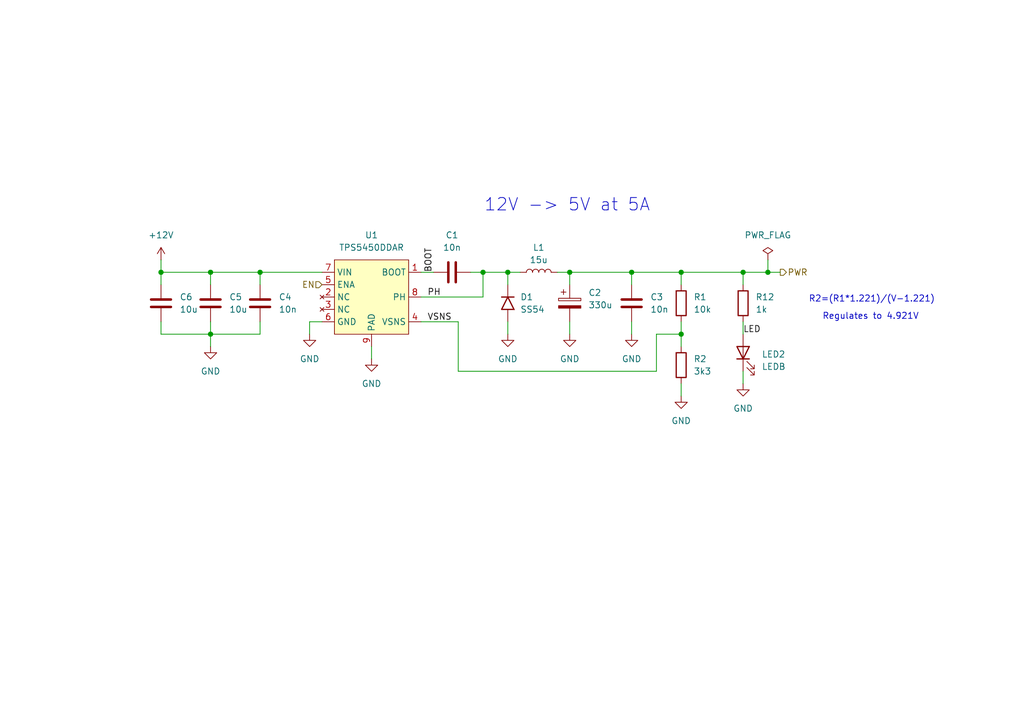
<source format=kicad_sch>
(kicad_sch (version 20231120) (generator "eeschema") (generator_version "8.0")
  (paper "A5")
  (lib_symbols
    (symbol "Device:C" (pin_numbers hide) (pin_names (offset 0.254))
      (property "Reference" "C" (at 0.635 2.54 0))
      (property "Value" "C" (at 0.635 -2.54 0))
      (symbol "C_0_1"
        (polyline (pts (xy -2.032 -0.762) (xy 2.032 -0.762)) (stroke (width 0.508)))
        (polyline (pts (xy -2.032 0.762) (xy 2.032 0.762)) (stroke (width 0.508)))
      )
      (symbol "C_1_1"
        (pin passive line (at 0 3.81 270) (length 2.794) (name "~") (number "1"))
        (pin passive line (at 0 -3.81 90) (length 2.794) (name "~") (number "2"))
      )
    )
    (symbol "Device:C_Polarized" (pin_numbers hide) (pin_names (offset 0.254))
      (property "Reference" "C" (at 0.635 2.54 0))
      (property "Value" "C_Polarized" (at 0.635 -2.54 0))
      (symbol "C_Polarized_0_1"
        (rectangle (start -2.286 0.508) (end 2.286 1.016))
        (polyline (pts (xy -1.778 2.286) (xy -0.762 2.286)))
        (polyline (pts (xy -1.27 2.794) (xy -1.27 1.778)))
        (rectangle (start 2.286 -0.508) (end -2.286 -1.016) (fill (type outline)))
      )
      (symbol "C_Polarized_1_1"
        (pin passive line (at 0 3.81 270) (length 2.794) (name "~") (number "1"))
        (pin passive line (at 0 -3.81 90) (length 2.794) (name "~") (number "2"))
      )
    )
    (symbol "Device:L" (pin_numbers hide) (pin_names (offset 1.016) hide)
      (property "Reference" "L" (at -1.27 0 90))
      (property "Value" "L" (at 1.905 0 90))
      (symbol "L_0_1"
        (arc (start 0 -2.54) (mid 0.6323 -1.905) (end 0 -1.27))
        (arc (start 0 -1.27) (mid 0.6323 -0.635) (end 0 0))
        (arc (start 0 0) (mid 0.6323 0.635) (end 0 1.27))
        (arc (start 0 1.27) (mid 0.6323 1.905) (end 0 2.54))
      )
      (symbol "L_1_1"
        (pin passive line (at 0 3.81 270) (length 1.27) (name "1") (number "1"))
        (pin passive line (at 0 -3.81 90) (length 1.27) (name "2") (number "2"))
      )
    )
    (symbol "Device:LED" (pin_numbers hide) (pin_names (offset 1.016) hide)
      (property "Reference" "D" (at 0 2.54 0))
      (property "Value" "LED" (at 0 -2.54 0))
      (symbol "LED_0_1"
        (polyline (pts (xy -1.27 -1.27) (xy -1.27 1.27)) (stroke (width 0.254)))
        (polyline (pts (xy -1.27 0) (xy 1.27 0)))
        (polyline (pts (xy 1.27 -1.27) (xy 1.27 1.27) (xy -1.27 0) (xy 1.27 -1.27)) (stroke (width 0.254)))
        (polyline (pts (xy -3.048 -0.762) (xy -4.572 -2.286) (xy -3.81 -2.286) (xy -4.572 -2.286) (xy -4.572 -1.524)))
        (polyline (pts (xy -1.778 -0.762) (xy -3.302 -2.286) (xy -2.54 -2.286) (xy -3.302 -2.286) (xy -3.302 -1.524)))
      )
      (symbol "LED_1_1"
        (pin passive line (at -3.81 0 0) (length 2.54) (name "K") (number "1"))
        (pin passive line (at 3.81 0 180) (length 2.54) (name "A") (number "2"))
      )
    )
    (symbol "Device:R" (pin_numbers hide) (pin_names (offset 0))
      (property "Reference" "R" (at 2.032 0 90))
      (property "Value" "R" (at 0 0 90))
      (symbol "R_0_1"
        (rectangle (start -1.016 -2.54) (end 1.016 2.54) (stroke (width 0.254)))
      )
      (symbol "R_1_1"
        (pin passive line (at 0 3.81 270) (length 1.27) (name "~") (number "1"))
        (pin passive line (at 0 -3.81 90) (length 1.27) (name "~") (number "2"))
      )
    )
    (symbol "User_Symbols:SS54" (pin_numbers hide) (pin_names (offset 0) hide)
      (property "Reference" "D" (at 0 3.048 0))
      (property "Value" "SS54" (at 0 0 0))
      (symbol "SS54_0_1"
        (polyline (pts (xy -1.27 1.27) (xy -1.27 -1.27)) (stroke (width 0.254)))
        (polyline (pts (xy 1.27 1.27) (xy 1.27 -1.27) (xy -1.27 0) (xy 1.27 1.27)) (stroke (width 0.254)))
      )
      (symbol "SS54_1_1"
        (pin passive line (at -3.81 0 0) (length 2.54) (name "K") (number "1"))
        (pin passive line (at 3.81 0 180) (length 2.54) (name "A") (number "2"))
      )
    )
    (symbol "User_Symbols:TPS5450DDAR"
      (property "Reference" "U" (at 7.62 2.54 0))
      (property "Value" "TPS5450DDAR" (at 7.62 2.54 0))
      (symbol "TPS5450DDAR_1_1"
        (rectangle (start 0 0) (end 15.24 -15.24) (fill (type background)))
        (pin output line (at 17.78 -2.54 180) (length 2.54) (name "BOOT") (number "1"))
        (pin no_connect line (at -2.54 -7.62 0) (length 2.54) (name "NC") (number "2"))
        (pin no_connect line (at -2.54 -10.16 0) (length 2.54) (name "NC") (number "3"))
        (pin input line (at 17.78 -12.7 180) (length 2.54) (name "VSNS") (number "4"))
        (pin input line (at -2.54 -5.08 0) (length 2.54) (name "ENA") (number "5"))
        (pin power_in line (at -2.54 -12.7 0) (length 2.54) (name "GND") (number "6"))
        (pin power_in line (at -2.54 -2.54 0) (length 2.54) (name "VIN") (number "7"))
        (pin output line (at 17.78 -7.62 180) (length 2.54) (name "PH") (number "8"))
        (pin passive line (at 7.62 -17.78 90) (length 2.54) (name "PAD") (number "9"))
      )
    )
    (symbol "power:+12V" (power) (pin_numbers hide) (pin_names (offset 0) hide)
      (property "Value" "+12V" (at 0 3.556 0))
      (symbol "+12V_0_1"
        (polyline (pts (xy -0.762 1.27) (xy 0 2.54)))
        (polyline (pts (xy 0 0) (xy 0 2.54)))
        (polyline (pts (xy 0 2.54) (xy 0.762 1.27)))
      )
      (symbol "+12V_1_1"
        (pin power_in line (at 0 0 90) (length 0) (name "~") (number "1"))
      )
    )
    (symbol "power:GND" (power) (pin_numbers hide) (pin_names (offset 0) hide)
      (property "Value" "GND" (at 0 -3.81 0))
      (symbol "GND_0_1"
        (polyline (pts (xy 0 0) (xy 0 -1.27) (xy 1.27 -1.27) (xy 0 -2.54) (xy -1.27 -1.27) (xy 0 -1.27)))
      )
      (symbol "GND_1_1"
        (pin power_in line (at 0 0 270) (length 0) (name "~") (number "1"))
      )
    )
    (symbol "power:PWR_FLAG" (power) (pin_numbers hide) (pin_names (offset 0) hide)
      (property "Value" "PWR_FLAG" (at 0 3.81 0))
      (symbol "PWR_FLAG_0_0"
        (pin power_out line (at 0 0 90) (length 0) (name "~") (number "1"))
      )
      (symbol "PWR_FLAG_0_1"
        (polyline (pts (xy 0 0) (xy 0 1.27) (xy -1.016 1.905) (xy 0 2.54) (xy 1.016 1.905) (xy 0 1.27)))
      )
    )
  )
  (junction (at 129.54 55.88))
  (junction (at 116.84 55.88))
  (junction (at 139.7 68.58))
  (junction (at 157.48 55.88))
  (junction (at 43.18 68.58))
  (junction (at 139.7 55.88))
  (junction (at 53.34 55.88))
  (junction (at 152.4 55.88))
  (junction (at 104.14 55.88))
  (junction (at 99.06 55.88))
  (junction (at 43.18 55.88))
  (junction (at 33.02 55.88))
  (wire (pts (xy 152.4 55.88) (xy 157.48 55.88)))
  (wire (pts (xy 139.7 55.88) (xy 139.7 58.42)))
  (wire (pts (xy 86.36 55.88) (xy 88.9 55.88)))
  (wire (pts (xy 157.48 53.34) (xy 157.48 55.88)))
  (wire (pts (xy 139.7 78.74) (xy 139.7 81.28)))
  (wire (pts (xy 134.62 68.58) (xy 134.62 76.2)))
  (wire (pts (xy 104.14 55.88) (xy 106.68 55.88)))
  (wire (pts (xy 116.84 55.88) (xy 129.54 55.88)))
  (wire (pts (xy 93.98 66.04) (xy 86.36 66.04)))
  (wire (pts (xy 139.7 66.04) (xy 139.7 68.58)))
  (wire (pts (xy 43.18 55.88) (xy 53.34 55.88)))
  (wire (pts (xy 139.7 68.58) (xy 139.7 71.12)))
  (wire (pts (xy 129.54 55.88) (xy 139.7 55.88)))
  (wire (pts (xy 86.36 60.96) (xy 99.06 60.96)))
  (wire (pts (xy 152.4 66.04) (xy 152.4 68.58)))
  (wire (pts (xy 33.02 68.58) (xy 43.18 68.58)))
  (wire (pts (xy 114.3 55.88) (xy 116.84 55.88)))
  (wire (pts (xy 33.02 53.34) (xy 33.02 55.88)))
  (wire (pts (xy 43.18 68.58) (xy 43.18 71.12)))
  (wire (pts (xy 93.98 76.2) (xy 93.98 66.04)))
  (wire (pts (xy 43.18 68.58) (xy 53.34 68.58)))
  (wire (pts (xy 33.02 68.58) (xy 33.02 66.04)))
  (wire (pts (xy 134.62 76.2) (xy 93.98 76.2)))
  (wire (pts (xy 43.18 66.04) (xy 43.18 68.58)))
  (wire (pts (xy 43.18 55.88) (xy 43.18 58.42)))
  (wire (pts (xy 76.2 71.12) (xy 76.2 73.66)))
  (wire (pts (xy 104.14 66.04) (xy 104.14 68.58)))
  (wire (pts (xy 53.34 58.42) (xy 53.34 55.88)))
  (wire (pts (xy 33.02 58.42) (xy 33.02 55.88)))
  (wire (pts (xy 139.7 55.88) (xy 152.4 55.88)))
  (wire (pts (xy 33.02 55.88) (xy 43.18 55.88)))
  (wire (pts (xy 96.52 55.88) (xy 99.06 55.88)))
  (wire (pts (xy 116.84 66.04) (xy 116.84 68.58)))
  (wire (pts (xy 63.5 68.58) (xy 63.5 66.04)))
  (wire (pts (xy 99.06 60.96) (xy 99.06 55.88)))
  (wire (pts (xy 116.84 55.88) (xy 116.84 58.42)))
  (wire (pts (xy 129.54 66.04) (xy 129.54 68.58)))
  (wire (pts (xy 152.4 55.88) (xy 152.4 58.42)))
  (wire (pts (xy 53.34 68.58) (xy 53.34 66.04)))
  (wire (pts (xy 152.4 76.2) (xy 152.4 78.74)))
  (wire (pts (xy 139.7 68.58) (xy 134.62 68.58)))
  (wire (pts (xy 104.14 55.88) (xy 99.06 55.88)))
  (wire (pts (xy 157.48 55.88) (xy 160.02 55.88)))
  (wire (pts (xy 53.34 55.88) (xy 66.04 55.88)))
  (wire (pts (xy 104.14 58.42) (xy 104.14 55.88)))
  (wire (pts (xy 129.54 55.88) (xy 129.54 58.42)))
  (wire (pts (xy 63.5 66.04) (xy 66.04 66.04)))
  (text "R2=(R1*1.221)/(V-1.221)" (at 178.816 61.468 0) (effects (font (size 1.27 1.27))))
  (text "Regulates to 4.921V" (at 178.562 65.024 0) (effects (font (size 1.27 1.27))))
  (text "12V -> 5V at 5A" (at 116.332 42.164 0) (effects (font (size 2.54 2.54))))
  (label "PH" (at 87.63 60.96 0))
  (label "BOOT" (at 88.9 55.88 90))
  (label "LED" (at 152.4 68.58 0))
  (label "VSNS" (at 87.63 66.04 0))
  (hierarchical_label "EN" (shape input) (at 66.04 58.42 180))
  (hierarchical_label "PWR" (shape output) (at 160.02 55.88 0))
  (symbol (lib_id "User_Symbols:SS54") (at 104.14 62.23 270) (unit 1)
    (property "Reference" "D1" (at 106.68 60.9599 90) (effects (justify left)))
    (property "Value" "SS54" (at 106.68 63.4999 90) (effects (justify left)))
    (property "Footprint" "Diode_SMD:D_SMA" (effects (hide yes)))
    (property "Datasheet" "https://wmsc.lcsc.com/wmsc/upload/file/pdf/v2/lcsc/2303141100_MDD-Microdiode-Electronics-SS54_C22452.pdf" (effects (hide yes)))
    (property "Description" "Schottky Barrier Rectifier" (effects (hide yes)))
    (instances (project "aero-dev" (path "" (reference "D1") (unit 1)) (path "" (reference "D2") (unit 1))))
  )
  (symbol (lib_id "Device:R") (at 152.4 62.23 0) (unit 1)
    (property "Reference" "R12" (at 154.94 60.9599 0) (effects (justify left)))
    (property "Value" "1k" (at 154.94 63.4999 0) (effects (justify left)))
    (property "Footprint" "Resistor_SMD:R_0402_1005Metric" (effects (hide yes)))
    (instances (project "aero-dev" (path "" (reference "R12") (unit 1)) (path "" (reference "R13") (unit 1))))
  )
  (symbol (lib_id "Device:C") (at 53.34 62.23 0) (unit 1)
    (property "Reference" "C4" (at 57.15 60.9599 0) (effects (justify left)))
    (property "Value" "10n" (at 57.15 63.4999 0) (effects (justify left)))
    (property "Footprint" "Capacitor_SMD:C_0402_1005Metric" (effects (hide yes)))
    (property "Description" "Unpolarized capacitor" (effects (hide yes)))
    (instances (project "aero-dev" (path "" (reference "C4") (unit 1)) (path "" (reference "C9") (unit 1))))
  )
  (symbol (lib_id "power:GND") (at 129.54 68.58 0) (unit 1)
    (property "Reference" "#PWR05" (effects (hide yes)))
    (property "Value" "GND" (at 129.54 73.66 0))
    (property "Description" "Power symbol creates a global label with name \"GND\" , ground" (effects (hide yes)))
    (instances (project "aero-dev" (path "" (reference "#PWR05") (unit 1)) (path "" (reference "#PWR016") (unit 1))))
  )
  (symbol (lib_id "power:GND") (at 43.18 71.12 0) (unit 1)
    (property "Reference" "#PWR08" (effects (hide yes)))
    (property "Value" "GND" (at 43.18 76.2 0))
    (property "Description" "Power symbol creates a global label with name \"GND\" , ground" (effects (hide yes)))
    (instances (project "aero-dev" (path "" (reference "#PWR08") (unit 1)) (path "" (reference "#PWR011") (unit 1))))
  )
  (symbol (lib_id "power:GND") (at 104.14 68.58 0) (unit 1)
    (property "Reference" "#PWR03" (effects (hide yes)))
    (property "Value" "GND" (at 104.14 73.66 0))
    (property "Description" "Power symbol creates a global label with name \"GND\" , ground" (effects (hide yes)))
    (instances (project "aero-dev" (path "" (reference "#PWR03") (unit 1)) (path "" (reference "#PWR014") (unit 1))))
  )
  (symbol (lib_id "power:GND") (at 152.4 78.74 0) (unit 1)
    (property "Reference" "#PWR044" (effects (hide yes)))
    (property "Value" "GND" (at 152.4 83.82 0))
    (property "Description" "Power symbol creates a global label with name \"GND\" , ground" (effects (hide yes)))
    (instances (project "aero-dev" (path "" (reference "#PWR044") (unit 1)) (path "" (reference "#PWR045") (unit 1))))
  )
  (symbol (lib_id "power:GND") (at 139.7 81.28 0) (unit 1)
    (property "Reference" "#PWR07" (effects (hide yes)))
    (property "Value" "GND" (at 139.7 86.36 0))
    (property "Description" "Power symbol creates a global label with name \"GND\" , ground" (effects (hide yes)))
    (instances (project "aero-dev" (path "" (reference "#PWR07") (unit 1)) (path "" (reference "#PWR018") (unit 1))))
  )
  (symbol (lib_id "Device:C") (at 43.18 62.23 0) (unit 1)
    (property "Reference" "C5" (at 46.99 60.9599 0) (effects (justify left)))
    (property "Value" "10u" (at 46.99 63.4999 0) (effects (justify left)))
    (property "Footprint" "Capacitor_SMD:C_1206_3216Metric" (effects (hide yes)))
    (property "Description" "Unpolarized capacitor" (effects (hide yes)))
    (property "LCSC" "C13585" (effects (hide yes)))
    (instances (project "aero-dev" (path "" (reference "C5") (unit 1)) (path "" (reference "C8") (unit 1))))
  )
  (symbol (lib_id "Device:L") (at 110.49 55.88 90) (unit 1)
    (property "Reference" "L1" (at 110.49 50.8 90))
    (property "Value" "15u" (at 110.49 53.34 90))
    (property "Footprint" "Inductor_SMD:L_12x12mm_H4.5mm" (effects (hide yes)))
    (property "Description" "Inductor" (effects (hide yes)))
    (property "LCSC" "C149596" (effects (hide yes)))
    (instances (project "aero-dev" (path "" (reference "L1") (unit 1)) (path "" (reference "L2") (unit 1))))
  )
  (symbol (lib_id "Device:R") (at 139.7 74.93 0) (unit 1)
    (property "Reference" "R2" (at 142.24 73.6599 0) (effects (justify left)))
    (property "Value" "3k3" (at 142.24 76.1999 0) (effects (justify left)))
    (property "Footprint" "Resistor_SMD:R_0603_1608Metric_Pad0.98x0.95mm_HandSolder" (effects (hide yes)))
    (property "Description" "Resistor" (effects (hide yes)))
    (instances (project "aero-dev" (path "" (reference "R2") (unit 1)) (path "" (reference "R4") (unit 1))))
  )
  (symbol (lib_id "User_Symbols:TPS5450DDAR") (at 68.58 53.34 0) (unit 1)
    (property "Reference" "U1" (at 76.2 48.26 0))
    (property "Value" "TPS5450DDAR" (at 76.2 50.8 0))
    (property "Footprint" "Package_SO:Texas_R-PDSO-G8_EP2.95x4.9mm_Mask2.4x3.1mm" (effects (hide yes)))
    (property "Datasheet" "https://wmsc.lcsc.com/wmsc/upload/file/pdf/v2/lcsc/1809200042_Texas-Instruments-TPS5450DDAR_C114425.pdf" (effects (hide yes)))
    (property "Description" "Buck Regulator" (effects (hide yes)))
    (instances (project "aero-dev" (path "" (reference "U1") (unit 1)) (path "" (reference "U2") (unit 1))))
  )
  (symbol (lib_id "Device:C_Polarized") (at 116.84 62.23 0) (unit 1)
    (property "Reference" "C2" (at 120.65 60.0709 0) (effects (justify left)))
    (property "Value" "330u" (at 120.65 62.6109 0) (effects (justify left)))
    (property "Footprint" "Capacitor_SMD:CP_Elec_10x10.5" (effects (hide yes)))
    (property "Description" "Polarized capacitor" (effects (hide yes)))
    (property "LCSC" "C280411" (effects (hide yes)))
    (instances (project "aero-dev" (path "" (reference "C2") (unit 1)) (path "" (reference "C11") (unit 1))))
  )
  (symbol (lib_id "power:GND") (at 63.5 68.58 0) (unit 1)
    (property "Reference" "#PWR01" (effects (hide yes)))
    (property "Value" "GND" (at 63.5 73.66 0))
    (property "Description" "Power symbol creates a global label with name \"GND\" , ground" (effects (hide yes)))
    (instances (project "aero-dev" (path "" (reference "#PWR01") (unit 1)) (path "" (reference "#PWR012") (unit 1))))
  )
  (symbol (lib_id "Device:C") (at 92.71 55.88 270) (unit 1)
    (property "Reference" "C1" (at 92.71 48.26 90))
    (property "Value" "10n" (at 92.71 50.8 90))
    (property "Footprint" "Capacitor_SMD:C_0402_1005Metric" (effects (hide yes)))
    (property "Description" "Unpolarized capacitor" (effects (hide yes)))
    (instances (project "aero-dev" (path "" (reference "C1") (unit 1)) (path "" (reference "C10") (unit 1))))
  )
  (symbol (lib_id "Device:C") (at 33.02 62.23 0) (unit 1)
    (property "Reference" "C6" (at 36.83 60.9599 0) (effects (justify left)))
    (property "Value" "10u" (at 36.83 63.4999 0) (effects (justify left)))
    (property "Footprint" "Capacitor_SMD:C_1206_3216Metric" (effects (hide yes)))
    (property "Description" "Unpolarized capacitor" (effects (hide yes)))
    (property "LCSC" "C13585" (effects (hide yes)))
    (instances (project "aero-dev" (path "" (reference "C6") (unit 1)) (path "" (reference "C7") (unit 1))))
  )
  (symbol (lib_id "Device:C") (at 129.54 62.23 0) (unit 1)
    (property "Reference" "C3" (at 133.35 60.9599 0) (effects (justify left)))
    (property "Value" "10n" (at 133.35 63.4999 0) (effects (justify left)))
    (property "Footprint" "Capacitor_SMD:C_0402_1005Metric" (effects (hide yes)))
    (property "Description" "Unpolarized capacitor" (effects (hide yes)))
    (instances (project "aero-dev" (path "" (reference "C3") (unit 1)) (path "" (reference "C12") (unit 1))))
  )
  (symbol (lib_id "Device:LED") (at 152.4 72.39 90) (unit 1)
    (property "Reference" "LED2" (at 156.21 72.7074 90) (effects (justify right)))
    (property "Value" "LEDB" (at 156.21 75.2474 90) (effects (justify right)))
    (property "Footprint" "LED_SMD:LED_0603_1608Metric" (effects (hide yes)))
    (instances (project "aero-dev" (path "" (reference "LED2") (unit 1)) (path "" (reference "LED3") (unit 1))))
  )
  (symbol (lib_id "power:PWR_FLAG") (at 157.48 53.34 0) (unit 1)
    (property "Reference" "#FLG03" (effects (hide yes)))
    (property "Value" "PWR_FLAG" (at 157.48 48.26 0))
    (property "Description" "Special symbol for telling ERC where power comes from" (effects (hide yes)))
    (instances (project "aero-dev" (path "" (reference "#FLG03") (unit 1)) (path "" (reference "#FLG04") (unit 1))))
  )
  (symbol (lib_id "power:GND") (at 76.2 73.66 0) (unit 1)
    (property "Reference" "#PWR02" (effects (hide yes)))
    (property "Value" "GND" (at 76.2 78.74 0))
    (property "Description" "Power symbol creates a global label with name \"GND\" , ground" (effects (hide yes)))
    (instances (project "aero-dev" (path "" (reference "#PWR02") (unit 1)) (path "" (reference "#PWR013") (unit 1))))
  )
  (symbol (lib_id "power:GND") (at 116.84 68.58 0) (unit 1)
    (property "Reference" "#PWR04" (effects (hide yes)))
    (property "Value" "GND" (at 116.84 73.66 0))
    (property "Description" "Power symbol creates a global label with name \"GND\" , ground" (effects (hide yes)))
    (instances (project "aero-dev" (path "" (reference "#PWR04") (unit 1)) (path "" (reference "#PWR015") (unit 1))))
  )
  (symbol (lib_id "power:+12V") (at 33.02 53.34 0) (unit 1)
    (property "Reference" "#PWR09" (effects (hide yes)))
    (property "Value" "+12V" (at 33.02 48.26 0))
    (property "Description" "Power symbol creates a global label with name \"+12V\"" (effects (hide yes)))
    (instances (project "aero-dev" (path "" (reference "#PWR09") (unit 1)) (path "" (reference "#PWR010") (unit 1))))
  )
  (symbol (lib_id "Device:R") (at 139.7 62.23 0) (unit 1)
    (property "Reference" "R1" (at 142.24 60.9599 0) (effects (justify left)))
    (property "Value" "10k" (at 142.24 63.4999 0) (effects (justify left)))
    (property "Footprint" "Resistor_SMD:R_0603_1608Metric_Pad0.98x0.95mm_HandSolder" (effects (hide yes)))
    (property "Description" "Resistor" (effects (hide yes)))
    (instances (project "aero-dev" (path "" (reference "R1") (unit 1)) (path "" (reference "R3") (unit 1))))
  )
)
</source>
